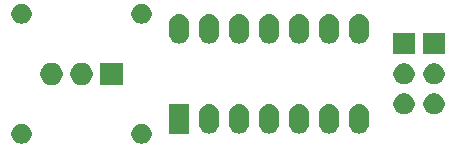
<source format=gts>
G04 #@! TF.GenerationSoftware,KiCad,Pcbnew,(5.1.5)-3*
G04 #@! TF.CreationDate,2020-11-21T23:04:19+01:00*
G04 #@! TF.ProjectId,C64 IRQ LED,43363420-4952-4512-904c-45442e6b6963,rev?*
G04 #@! TF.SameCoordinates,Original*
G04 #@! TF.FileFunction,Soldermask,Top*
G04 #@! TF.FilePolarity,Negative*
%FSLAX46Y46*%
G04 Gerber Fmt 4.6, Leading zero omitted, Abs format (unit mm)*
G04 Created by KiCad (PCBNEW (5.1.5)-3) date 2020-11-21 23:04:19*
%MOMM*%
%LPD*%
G04 APERTURE LIST*
%ADD10C,0.100000*%
G04 APERTURE END LIST*
D10*
G36*
X124073228Y-119196703D02*
G01*
X124228100Y-119260853D01*
X124367481Y-119353985D01*
X124486015Y-119472519D01*
X124579147Y-119611900D01*
X124643297Y-119766772D01*
X124676000Y-119931184D01*
X124676000Y-120098816D01*
X124643297Y-120263228D01*
X124579147Y-120418100D01*
X124486015Y-120557481D01*
X124367481Y-120676015D01*
X124228100Y-120769147D01*
X124073228Y-120833297D01*
X123908816Y-120866000D01*
X123741184Y-120866000D01*
X123576772Y-120833297D01*
X123421900Y-120769147D01*
X123282519Y-120676015D01*
X123163985Y-120557481D01*
X123070853Y-120418100D01*
X123006703Y-120263228D01*
X122974000Y-120098816D01*
X122974000Y-119931184D01*
X123006703Y-119766772D01*
X123070853Y-119611900D01*
X123163985Y-119472519D01*
X123282519Y-119353985D01*
X123421900Y-119260853D01*
X123576772Y-119196703D01*
X123741184Y-119164000D01*
X123908816Y-119164000D01*
X124073228Y-119196703D01*
G37*
G36*
X113913228Y-119196703D02*
G01*
X114068100Y-119260853D01*
X114207481Y-119353985D01*
X114326015Y-119472519D01*
X114419147Y-119611900D01*
X114483297Y-119766772D01*
X114516000Y-119931184D01*
X114516000Y-120098816D01*
X114483297Y-120263228D01*
X114419147Y-120418100D01*
X114326015Y-120557481D01*
X114207481Y-120676015D01*
X114068100Y-120769147D01*
X113913228Y-120833297D01*
X113748816Y-120866000D01*
X113581184Y-120866000D01*
X113416772Y-120833297D01*
X113261900Y-120769147D01*
X113122519Y-120676015D01*
X113003985Y-120557481D01*
X112910853Y-120418100D01*
X112846703Y-120263228D01*
X112814000Y-120098816D01*
X112814000Y-119931184D01*
X112846703Y-119766772D01*
X112910853Y-119611900D01*
X113003985Y-119472519D01*
X113122519Y-119353985D01*
X113261900Y-119260853D01*
X113416772Y-119196703D01*
X113581184Y-119164000D01*
X113748816Y-119164000D01*
X113913228Y-119196703D01*
G37*
G36*
X137326822Y-117506313D02*
G01*
X137487241Y-117554976D01*
X137635077Y-117633995D01*
X137761576Y-117737811D01*
X137764659Y-117740341D01*
X137871004Y-117869922D01*
X137871005Y-117869924D01*
X137950024Y-118017758D01*
X137998687Y-118178177D01*
X138011000Y-118303196D01*
X138011000Y-119186803D01*
X137998687Y-119311822D01*
X137950024Y-119472242D01*
X137949875Y-119472520D01*
X137871004Y-119620078D01*
X137764659Y-119749659D01*
X137635078Y-119856004D01*
X137635076Y-119856005D01*
X137487242Y-119935024D01*
X137326823Y-119983687D01*
X137160000Y-120000117D01*
X136993178Y-119983687D01*
X136832759Y-119935024D01*
X136684925Y-119856005D01*
X136684923Y-119856004D01*
X136555342Y-119749659D01*
X136448997Y-119620078D01*
X136370126Y-119472520D01*
X136369977Y-119472242D01*
X136321314Y-119311823D01*
X136309000Y-119186803D01*
X136309000Y-118303197D01*
X136321313Y-118178178D01*
X136369976Y-118017759D01*
X136448995Y-117869923D01*
X136555341Y-117740341D01*
X136558424Y-117737811D01*
X136684922Y-117633996D01*
X136700094Y-117625886D01*
X136832758Y-117554976D01*
X136993177Y-117506313D01*
X137160000Y-117489883D01*
X137326822Y-117506313D01*
G37*
G36*
X129706822Y-117506313D02*
G01*
X129867241Y-117554976D01*
X130015077Y-117633995D01*
X130141576Y-117737811D01*
X130144659Y-117740341D01*
X130251004Y-117869922D01*
X130251005Y-117869924D01*
X130330024Y-118017758D01*
X130378687Y-118178177D01*
X130391000Y-118303196D01*
X130391000Y-119186803D01*
X130378687Y-119311822D01*
X130330024Y-119472242D01*
X130329875Y-119472520D01*
X130251004Y-119620078D01*
X130144659Y-119749659D01*
X130015078Y-119856004D01*
X130015076Y-119856005D01*
X129867242Y-119935024D01*
X129706823Y-119983687D01*
X129540000Y-120000117D01*
X129373178Y-119983687D01*
X129212759Y-119935024D01*
X129064925Y-119856005D01*
X129064923Y-119856004D01*
X128935342Y-119749659D01*
X128828997Y-119620078D01*
X128750126Y-119472520D01*
X128749977Y-119472242D01*
X128701314Y-119311823D01*
X128689000Y-119186803D01*
X128689000Y-118303197D01*
X128701313Y-118178178D01*
X128749976Y-118017759D01*
X128828995Y-117869923D01*
X128935341Y-117740341D01*
X128938424Y-117737811D01*
X129064922Y-117633996D01*
X129080094Y-117625886D01*
X129212758Y-117554976D01*
X129373177Y-117506313D01*
X129540000Y-117489883D01*
X129706822Y-117506313D01*
G37*
G36*
X132246822Y-117506313D02*
G01*
X132407241Y-117554976D01*
X132555077Y-117633995D01*
X132681576Y-117737811D01*
X132684659Y-117740341D01*
X132791004Y-117869922D01*
X132791005Y-117869924D01*
X132870024Y-118017758D01*
X132918687Y-118178177D01*
X132931000Y-118303196D01*
X132931000Y-119186803D01*
X132918687Y-119311822D01*
X132870024Y-119472242D01*
X132869875Y-119472520D01*
X132791004Y-119620078D01*
X132684659Y-119749659D01*
X132555078Y-119856004D01*
X132555076Y-119856005D01*
X132407242Y-119935024D01*
X132246823Y-119983687D01*
X132080000Y-120000117D01*
X131913178Y-119983687D01*
X131752759Y-119935024D01*
X131604925Y-119856005D01*
X131604923Y-119856004D01*
X131475342Y-119749659D01*
X131368997Y-119620078D01*
X131290126Y-119472520D01*
X131289977Y-119472242D01*
X131241314Y-119311823D01*
X131229000Y-119186803D01*
X131229000Y-118303197D01*
X131241313Y-118178178D01*
X131289976Y-118017759D01*
X131368995Y-117869923D01*
X131475341Y-117740341D01*
X131478424Y-117737811D01*
X131604922Y-117633996D01*
X131620094Y-117625886D01*
X131752758Y-117554976D01*
X131913177Y-117506313D01*
X132080000Y-117489883D01*
X132246822Y-117506313D01*
G37*
G36*
X142406822Y-117506313D02*
G01*
X142567241Y-117554976D01*
X142715077Y-117633995D01*
X142841576Y-117737811D01*
X142844659Y-117740341D01*
X142951004Y-117869922D01*
X142951005Y-117869924D01*
X143030024Y-118017758D01*
X143078687Y-118178177D01*
X143091000Y-118303196D01*
X143091000Y-119186803D01*
X143078687Y-119311822D01*
X143030024Y-119472242D01*
X143029875Y-119472520D01*
X142951004Y-119620078D01*
X142844659Y-119749659D01*
X142715078Y-119856004D01*
X142715076Y-119856005D01*
X142567242Y-119935024D01*
X142406823Y-119983687D01*
X142240000Y-120000117D01*
X142073178Y-119983687D01*
X141912759Y-119935024D01*
X141764925Y-119856005D01*
X141764923Y-119856004D01*
X141635342Y-119749659D01*
X141528997Y-119620078D01*
X141450126Y-119472520D01*
X141449977Y-119472242D01*
X141401314Y-119311823D01*
X141389000Y-119186803D01*
X141389000Y-118303197D01*
X141401313Y-118178178D01*
X141449976Y-118017759D01*
X141528995Y-117869923D01*
X141635341Y-117740341D01*
X141638424Y-117737811D01*
X141764922Y-117633996D01*
X141780094Y-117625886D01*
X141912758Y-117554976D01*
X142073177Y-117506313D01*
X142240000Y-117489883D01*
X142406822Y-117506313D01*
G37*
G36*
X139866822Y-117506313D02*
G01*
X140027241Y-117554976D01*
X140175077Y-117633995D01*
X140301576Y-117737811D01*
X140304659Y-117740341D01*
X140411004Y-117869922D01*
X140411005Y-117869924D01*
X140490024Y-118017758D01*
X140538687Y-118178177D01*
X140551000Y-118303196D01*
X140551000Y-119186803D01*
X140538687Y-119311822D01*
X140490024Y-119472242D01*
X140489875Y-119472520D01*
X140411004Y-119620078D01*
X140304659Y-119749659D01*
X140175078Y-119856004D01*
X140175076Y-119856005D01*
X140027242Y-119935024D01*
X139866823Y-119983687D01*
X139700000Y-120000117D01*
X139533178Y-119983687D01*
X139372759Y-119935024D01*
X139224925Y-119856005D01*
X139224923Y-119856004D01*
X139095342Y-119749659D01*
X138988997Y-119620078D01*
X138910126Y-119472520D01*
X138909977Y-119472242D01*
X138861314Y-119311823D01*
X138849000Y-119186803D01*
X138849000Y-118303197D01*
X138861313Y-118178178D01*
X138909976Y-118017759D01*
X138988995Y-117869923D01*
X139095341Y-117740341D01*
X139098424Y-117737811D01*
X139224922Y-117633996D01*
X139240094Y-117625886D01*
X139372758Y-117554976D01*
X139533177Y-117506313D01*
X139700000Y-117489883D01*
X139866822Y-117506313D01*
G37*
G36*
X134786822Y-117506313D02*
G01*
X134947241Y-117554976D01*
X135095077Y-117633995D01*
X135221576Y-117737811D01*
X135224659Y-117740341D01*
X135331004Y-117869922D01*
X135331005Y-117869924D01*
X135410024Y-118017758D01*
X135458687Y-118178177D01*
X135471000Y-118303196D01*
X135471000Y-119186803D01*
X135458687Y-119311822D01*
X135410024Y-119472242D01*
X135409875Y-119472520D01*
X135331004Y-119620078D01*
X135224659Y-119749659D01*
X135095078Y-119856004D01*
X135095076Y-119856005D01*
X134947242Y-119935024D01*
X134786823Y-119983687D01*
X134620000Y-120000117D01*
X134453178Y-119983687D01*
X134292759Y-119935024D01*
X134144925Y-119856005D01*
X134144923Y-119856004D01*
X134015342Y-119749659D01*
X133908997Y-119620078D01*
X133830126Y-119472520D01*
X133829977Y-119472242D01*
X133781314Y-119311823D01*
X133769000Y-119186803D01*
X133769000Y-118303197D01*
X133781313Y-118178178D01*
X133829976Y-118017759D01*
X133908995Y-117869923D01*
X134015341Y-117740341D01*
X134018424Y-117737811D01*
X134144922Y-117633996D01*
X134160094Y-117625886D01*
X134292758Y-117554976D01*
X134453177Y-117506313D01*
X134620000Y-117489883D01*
X134786822Y-117506313D01*
G37*
G36*
X127851000Y-119996000D02*
G01*
X126149000Y-119996000D01*
X126149000Y-117494000D01*
X127851000Y-117494000D01*
X127851000Y-119996000D01*
G37*
G36*
X146163512Y-116578927D02*
G01*
X146312812Y-116608624D01*
X146476784Y-116676544D01*
X146624354Y-116775147D01*
X146749853Y-116900646D01*
X146848456Y-117048216D01*
X146916376Y-117212188D01*
X146951000Y-117386259D01*
X146951000Y-117563741D01*
X146916376Y-117737812D01*
X146848456Y-117901784D01*
X146749853Y-118049354D01*
X146624354Y-118174853D01*
X146476784Y-118273456D01*
X146312812Y-118341376D01*
X146163512Y-118371073D01*
X146138742Y-118376000D01*
X145961258Y-118376000D01*
X145936488Y-118371073D01*
X145787188Y-118341376D01*
X145623216Y-118273456D01*
X145475646Y-118174853D01*
X145350147Y-118049354D01*
X145251544Y-117901784D01*
X145183624Y-117737812D01*
X145149000Y-117563741D01*
X145149000Y-117386259D01*
X145183624Y-117212188D01*
X145251544Y-117048216D01*
X145350147Y-116900646D01*
X145475646Y-116775147D01*
X145623216Y-116676544D01*
X145787188Y-116608624D01*
X145936488Y-116578927D01*
X145961258Y-116574000D01*
X146138742Y-116574000D01*
X146163512Y-116578927D01*
G37*
G36*
X148703512Y-116578927D02*
G01*
X148852812Y-116608624D01*
X149016784Y-116676544D01*
X149164354Y-116775147D01*
X149289853Y-116900646D01*
X149388456Y-117048216D01*
X149456376Y-117212188D01*
X149491000Y-117386259D01*
X149491000Y-117563741D01*
X149456376Y-117737812D01*
X149388456Y-117901784D01*
X149289853Y-118049354D01*
X149164354Y-118174853D01*
X149016784Y-118273456D01*
X148852812Y-118341376D01*
X148703512Y-118371073D01*
X148678742Y-118376000D01*
X148501258Y-118376000D01*
X148476488Y-118371073D01*
X148327188Y-118341376D01*
X148163216Y-118273456D01*
X148015646Y-118174853D01*
X147890147Y-118049354D01*
X147791544Y-117901784D01*
X147723624Y-117737812D01*
X147689000Y-117563741D01*
X147689000Y-117386259D01*
X147723624Y-117212188D01*
X147791544Y-117048216D01*
X147890147Y-116900646D01*
X148015646Y-116775147D01*
X148163216Y-116676544D01*
X148327188Y-116608624D01*
X148476488Y-116578927D01*
X148501258Y-116574000D01*
X148678742Y-116574000D01*
X148703512Y-116578927D01*
G37*
G36*
X116482395Y-114020546D02*
G01*
X116655466Y-114092234D01*
X116655467Y-114092235D01*
X116811227Y-114196310D01*
X116943690Y-114328773D01*
X116943691Y-114328775D01*
X117047766Y-114484534D01*
X117119454Y-114657605D01*
X117156000Y-114841333D01*
X117156000Y-115028667D01*
X117119454Y-115212395D01*
X117047766Y-115385466D01*
X117047765Y-115385467D01*
X116943690Y-115541227D01*
X116811227Y-115673690D01*
X116732818Y-115726081D01*
X116655466Y-115777766D01*
X116482395Y-115849454D01*
X116298667Y-115886000D01*
X116111333Y-115886000D01*
X115927605Y-115849454D01*
X115754534Y-115777766D01*
X115677182Y-115726081D01*
X115598773Y-115673690D01*
X115466310Y-115541227D01*
X115362235Y-115385467D01*
X115362234Y-115385466D01*
X115290546Y-115212395D01*
X115254000Y-115028667D01*
X115254000Y-114841333D01*
X115290546Y-114657605D01*
X115362234Y-114484534D01*
X115466309Y-114328775D01*
X115466310Y-114328773D01*
X115598773Y-114196310D01*
X115754533Y-114092235D01*
X115754534Y-114092234D01*
X115927605Y-114020546D01*
X116111333Y-113984000D01*
X116298667Y-113984000D01*
X116482395Y-114020546D01*
G37*
G36*
X119022395Y-114020546D02*
G01*
X119195466Y-114092234D01*
X119195467Y-114092235D01*
X119351227Y-114196310D01*
X119483690Y-114328773D01*
X119483691Y-114328775D01*
X119587766Y-114484534D01*
X119659454Y-114657605D01*
X119696000Y-114841333D01*
X119696000Y-115028667D01*
X119659454Y-115212395D01*
X119587766Y-115385466D01*
X119587765Y-115385467D01*
X119483690Y-115541227D01*
X119351227Y-115673690D01*
X119272818Y-115726081D01*
X119195466Y-115777766D01*
X119022395Y-115849454D01*
X118838667Y-115886000D01*
X118651333Y-115886000D01*
X118467605Y-115849454D01*
X118294534Y-115777766D01*
X118217182Y-115726081D01*
X118138773Y-115673690D01*
X118006310Y-115541227D01*
X117902235Y-115385467D01*
X117902234Y-115385466D01*
X117830546Y-115212395D01*
X117794000Y-115028667D01*
X117794000Y-114841333D01*
X117830546Y-114657605D01*
X117902234Y-114484534D01*
X118006309Y-114328775D01*
X118006310Y-114328773D01*
X118138773Y-114196310D01*
X118294533Y-114092235D01*
X118294534Y-114092234D01*
X118467605Y-114020546D01*
X118651333Y-113984000D01*
X118838667Y-113984000D01*
X119022395Y-114020546D01*
G37*
G36*
X122236000Y-115886000D02*
G01*
X120334000Y-115886000D01*
X120334000Y-113984000D01*
X122236000Y-113984000D01*
X122236000Y-115886000D01*
G37*
G36*
X146163512Y-114038927D02*
G01*
X146312812Y-114068624D01*
X146476784Y-114136544D01*
X146624354Y-114235147D01*
X146749853Y-114360646D01*
X146848456Y-114508216D01*
X146916376Y-114672188D01*
X146951000Y-114846259D01*
X146951000Y-115023741D01*
X146916376Y-115197812D01*
X146848456Y-115361784D01*
X146749853Y-115509354D01*
X146624354Y-115634853D01*
X146476784Y-115733456D01*
X146312812Y-115801376D01*
X146163512Y-115831073D01*
X146138742Y-115836000D01*
X145961258Y-115836000D01*
X145936488Y-115831073D01*
X145787188Y-115801376D01*
X145623216Y-115733456D01*
X145475646Y-115634853D01*
X145350147Y-115509354D01*
X145251544Y-115361784D01*
X145183624Y-115197812D01*
X145149000Y-115023741D01*
X145149000Y-114846259D01*
X145183624Y-114672188D01*
X145251544Y-114508216D01*
X145350147Y-114360646D01*
X145475646Y-114235147D01*
X145623216Y-114136544D01*
X145787188Y-114068624D01*
X145936488Y-114038927D01*
X145961258Y-114034000D01*
X146138742Y-114034000D01*
X146163512Y-114038927D01*
G37*
G36*
X148703512Y-114038927D02*
G01*
X148852812Y-114068624D01*
X149016784Y-114136544D01*
X149164354Y-114235147D01*
X149289853Y-114360646D01*
X149388456Y-114508216D01*
X149456376Y-114672188D01*
X149491000Y-114846259D01*
X149491000Y-115023741D01*
X149456376Y-115197812D01*
X149388456Y-115361784D01*
X149289853Y-115509354D01*
X149164354Y-115634853D01*
X149016784Y-115733456D01*
X148852812Y-115801376D01*
X148703512Y-115831073D01*
X148678742Y-115836000D01*
X148501258Y-115836000D01*
X148476488Y-115831073D01*
X148327188Y-115801376D01*
X148163216Y-115733456D01*
X148015646Y-115634853D01*
X147890147Y-115509354D01*
X147791544Y-115361784D01*
X147723624Y-115197812D01*
X147689000Y-115023741D01*
X147689000Y-114846259D01*
X147723624Y-114672188D01*
X147791544Y-114508216D01*
X147890147Y-114360646D01*
X148015646Y-114235147D01*
X148163216Y-114136544D01*
X148327188Y-114068624D01*
X148476488Y-114038927D01*
X148501258Y-114034000D01*
X148678742Y-114034000D01*
X148703512Y-114038927D01*
G37*
G36*
X146951000Y-113296000D02*
G01*
X145149000Y-113296000D01*
X145149000Y-111494000D01*
X146951000Y-111494000D01*
X146951000Y-113296000D01*
G37*
G36*
X149491000Y-113296000D02*
G01*
X147689000Y-113296000D01*
X147689000Y-111494000D01*
X149491000Y-111494000D01*
X149491000Y-113296000D01*
G37*
G36*
X129706822Y-109886313D02*
G01*
X129867241Y-109934976D01*
X130015077Y-110013995D01*
X130123807Y-110103228D01*
X130144659Y-110120341D01*
X130251004Y-110249922D01*
X130251005Y-110249924D01*
X130330024Y-110397758D01*
X130378687Y-110558177D01*
X130391000Y-110683196D01*
X130391000Y-111566803D01*
X130378687Y-111691822D01*
X130330024Y-111852242D01*
X130259114Y-111984906D01*
X130251004Y-112000078D01*
X130144659Y-112129659D01*
X130015078Y-112236004D01*
X130015076Y-112236005D01*
X129867242Y-112315024D01*
X129706823Y-112363687D01*
X129540000Y-112380117D01*
X129373178Y-112363687D01*
X129212759Y-112315024D01*
X129064925Y-112236005D01*
X129064923Y-112236004D01*
X128935342Y-112129659D01*
X128828997Y-112000078D01*
X128820887Y-111984906D01*
X128749977Y-111852242D01*
X128701314Y-111691823D01*
X128689000Y-111566803D01*
X128689000Y-110683197D01*
X128701313Y-110558178D01*
X128749976Y-110397759D01*
X128828995Y-110249923D01*
X128935341Y-110120341D01*
X128956193Y-110103228D01*
X129064922Y-110013996D01*
X129080094Y-110005886D01*
X129212758Y-109934976D01*
X129373177Y-109886313D01*
X129540000Y-109869883D01*
X129706822Y-109886313D01*
G37*
G36*
X142406822Y-109886313D02*
G01*
X142567241Y-109934976D01*
X142715077Y-110013995D01*
X142823807Y-110103228D01*
X142844659Y-110120341D01*
X142951004Y-110249922D01*
X142951005Y-110249924D01*
X143030024Y-110397758D01*
X143078687Y-110558177D01*
X143091000Y-110683196D01*
X143091000Y-111566803D01*
X143078687Y-111691822D01*
X143030024Y-111852242D01*
X142959114Y-111984906D01*
X142951004Y-112000078D01*
X142844659Y-112129659D01*
X142715078Y-112236004D01*
X142715076Y-112236005D01*
X142567242Y-112315024D01*
X142406823Y-112363687D01*
X142240000Y-112380117D01*
X142073178Y-112363687D01*
X141912759Y-112315024D01*
X141764925Y-112236005D01*
X141764923Y-112236004D01*
X141635342Y-112129659D01*
X141528997Y-112000078D01*
X141520887Y-111984906D01*
X141449977Y-111852242D01*
X141401314Y-111691823D01*
X141389000Y-111566803D01*
X141389000Y-110683197D01*
X141401313Y-110558178D01*
X141449976Y-110397759D01*
X141528995Y-110249923D01*
X141635341Y-110120341D01*
X141656193Y-110103228D01*
X141764922Y-110013996D01*
X141780094Y-110005886D01*
X141912758Y-109934976D01*
X142073177Y-109886313D01*
X142240000Y-109869883D01*
X142406822Y-109886313D01*
G37*
G36*
X139866822Y-109886313D02*
G01*
X140027241Y-109934976D01*
X140175077Y-110013995D01*
X140283807Y-110103228D01*
X140304659Y-110120341D01*
X140411004Y-110249922D01*
X140411005Y-110249924D01*
X140490024Y-110397758D01*
X140538687Y-110558177D01*
X140551000Y-110683196D01*
X140551000Y-111566803D01*
X140538687Y-111691822D01*
X140490024Y-111852242D01*
X140419114Y-111984906D01*
X140411004Y-112000078D01*
X140304659Y-112129659D01*
X140175078Y-112236004D01*
X140175076Y-112236005D01*
X140027242Y-112315024D01*
X139866823Y-112363687D01*
X139700000Y-112380117D01*
X139533178Y-112363687D01*
X139372759Y-112315024D01*
X139224925Y-112236005D01*
X139224923Y-112236004D01*
X139095342Y-112129659D01*
X138988997Y-112000078D01*
X138980887Y-111984906D01*
X138909977Y-111852242D01*
X138861314Y-111691823D01*
X138849000Y-111566803D01*
X138849000Y-110683197D01*
X138861313Y-110558178D01*
X138909976Y-110397759D01*
X138988995Y-110249923D01*
X139095341Y-110120341D01*
X139116193Y-110103228D01*
X139224922Y-110013996D01*
X139240094Y-110005886D01*
X139372758Y-109934976D01*
X139533177Y-109886313D01*
X139700000Y-109869883D01*
X139866822Y-109886313D01*
G37*
G36*
X137326822Y-109886313D02*
G01*
X137487241Y-109934976D01*
X137635077Y-110013995D01*
X137743807Y-110103228D01*
X137764659Y-110120341D01*
X137871004Y-110249922D01*
X137871005Y-110249924D01*
X137950024Y-110397758D01*
X137998687Y-110558177D01*
X138011000Y-110683196D01*
X138011000Y-111566803D01*
X137998687Y-111691822D01*
X137950024Y-111852242D01*
X137879114Y-111984906D01*
X137871004Y-112000078D01*
X137764659Y-112129659D01*
X137635078Y-112236004D01*
X137635076Y-112236005D01*
X137487242Y-112315024D01*
X137326823Y-112363687D01*
X137160000Y-112380117D01*
X136993178Y-112363687D01*
X136832759Y-112315024D01*
X136684925Y-112236005D01*
X136684923Y-112236004D01*
X136555342Y-112129659D01*
X136448997Y-112000078D01*
X136440887Y-111984906D01*
X136369977Y-111852242D01*
X136321314Y-111691823D01*
X136309000Y-111566803D01*
X136309000Y-110683197D01*
X136321313Y-110558178D01*
X136369976Y-110397759D01*
X136448995Y-110249923D01*
X136555341Y-110120341D01*
X136576193Y-110103228D01*
X136684922Y-110013996D01*
X136700094Y-110005886D01*
X136832758Y-109934976D01*
X136993177Y-109886313D01*
X137160000Y-109869883D01*
X137326822Y-109886313D01*
G37*
G36*
X134786822Y-109886313D02*
G01*
X134947241Y-109934976D01*
X135095077Y-110013995D01*
X135203807Y-110103228D01*
X135224659Y-110120341D01*
X135331004Y-110249922D01*
X135331005Y-110249924D01*
X135410024Y-110397758D01*
X135458687Y-110558177D01*
X135471000Y-110683196D01*
X135471000Y-111566803D01*
X135458687Y-111691822D01*
X135410024Y-111852242D01*
X135339114Y-111984906D01*
X135331004Y-112000078D01*
X135224659Y-112129659D01*
X135095078Y-112236004D01*
X135095076Y-112236005D01*
X134947242Y-112315024D01*
X134786823Y-112363687D01*
X134620000Y-112380117D01*
X134453178Y-112363687D01*
X134292759Y-112315024D01*
X134144925Y-112236005D01*
X134144923Y-112236004D01*
X134015342Y-112129659D01*
X133908997Y-112000078D01*
X133900887Y-111984906D01*
X133829977Y-111852242D01*
X133781314Y-111691823D01*
X133769000Y-111566803D01*
X133769000Y-110683197D01*
X133781313Y-110558178D01*
X133829976Y-110397759D01*
X133908995Y-110249923D01*
X134015341Y-110120341D01*
X134036193Y-110103228D01*
X134144922Y-110013996D01*
X134160094Y-110005886D01*
X134292758Y-109934976D01*
X134453177Y-109886313D01*
X134620000Y-109869883D01*
X134786822Y-109886313D01*
G37*
G36*
X132246822Y-109886313D02*
G01*
X132407241Y-109934976D01*
X132555077Y-110013995D01*
X132663807Y-110103228D01*
X132684659Y-110120341D01*
X132791004Y-110249922D01*
X132791005Y-110249924D01*
X132870024Y-110397758D01*
X132918687Y-110558177D01*
X132931000Y-110683196D01*
X132931000Y-111566803D01*
X132918687Y-111691822D01*
X132870024Y-111852242D01*
X132799114Y-111984906D01*
X132791004Y-112000078D01*
X132684659Y-112129659D01*
X132555078Y-112236004D01*
X132555076Y-112236005D01*
X132407242Y-112315024D01*
X132246823Y-112363687D01*
X132080000Y-112380117D01*
X131913178Y-112363687D01*
X131752759Y-112315024D01*
X131604925Y-112236005D01*
X131604923Y-112236004D01*
X131475342Y-112129659D01*
X131368997Y-112000078D01*
X131360887Y-111984906D01*
X131289977Y-111852242D01*
X131241314Y-111691823D01*
X131229000Y-111566803D01*
X131229000Y-110683197D01*
X131241313Y-110558178D01*
X131289976Y-110397759D01*
X131368995Y-110249923D01*
X131475341Y-110120341D01*
X131496193Y-110103228D01*
X131604922Y-110013996D01*
X131620094Y-110005886D01*
X131752758Y-109934976D01*
X131913177Y-109886313D01*
X132080000Y-109869883D01*
X132246822Y-109886313D01*
G37*
G36*
X127166822Y-109886313D02*
G01*
X127327241Y-109934976D01*
X127475077Y-110013995D01*
X127583807Y-110103228D01*
X127604659Y-110120341D01*
X127711004Y-110249922D01*
X127711005Y-110249924D01*
X127790024Y-110397758D01*
X127838687Y-110558177D01*
X127851000Y-110683196D01*
X127851000Y-111566803D01*
X127838687Y-111691822D01*
X127790024Y-111852242D01*
X127719114Y-111984906D01*
X127711004Y-112000078D01*
X127604659Y-112129659D01*
X127475078Y-112236004D01*
X127475076Y-112236005D01*
X127327242Y-112315024D01*
X127166823Y-112363687D01*
X127000000Y-112380117D01*
X126833178Y-112363687D01*
X126672759Y-112315024D01*
X126524925Y-112236005D01*
X126524923Y-112236004D01*
X126395342Y-112129659D01*
X126288997Y-112000078D01*
X126280887Y-111984906D01*
X126209977Y-111852242D01*
X126161314Y-111691823D01*
X126149000Y-111566803D01*
X126149000Y-110683197D01*
X126161313Y-110558178D01*
X126209976Y-110397759D01*
X126288995Y-110249923D01*
X126395341Y-110120341D01*
X126416193Y-110103228D01*
X126524922Y-110013996D01*
X126540094Y-110005886D01*
X126672758Y-109934976D01*
X126833177Y-109886313D01*
X127000000Y-109869883D01*
X127166822Y-109886313D01*
G37*
G36*
X124073228Y-109036703D02*
G01*
X124228100Y-109100853D01*
X124367481Y-109193985D01*
X124486015Y-109312519D01*
X124579147Y-109451900D01*
X124643297Y-109606772D01*
X124676000Y-109771184D01*
X124676000Y-109938816D01*
X124643297Y-110103228D01*
X124579147Y-110258100D01*
X124486015Y-110397481D01*
X124367481Y-110516015D01*
X124228100Y-110609147D01*
X124073228Y-110673297D01*
X123908816Y-110706000D01*
X123741184Y-110706000D01*
X123576772Y-110673297D01*
X123421900Y-110609147D01*
X123282519Y-110516015D01*
X123163985Y-110397481D01*
X123070853Y-110258100D01*
X123006703Y-110103228D01*
X122974000Y-109938816D01*
X122974000Y-109771184D01*
X123006703Y-109606772D01*
X123070853Y-109451900D01*
X123163985Y-109312519D01*
X123282519Y-109193985D01*
X123421900Y-109100853D01*
X123576772Y-109036703D01*
X123741184Y-109004000D01*
X123908816Y-109004000D01*
X124073228Y-109036703D01*
G37*
G36*
X113913228Y-109036703D02*
G01*
X114068100Y-109100853D01*
X114207481Y-109193985D01*
X114326015Y-109312519D01*
X114419147Y-109451900D01*
X114483297Y-109606772D01*
X114516000Y-109771184D01*
X114516000Y-109938816D01*
X114483297Y-110103228D01*
X114419147Y-110258100D01*
X114326015Y-110397481D01*
X114207481Y-110516015D01*
X114068100Y-110609147D01*
X113913228Y-110673297D01*
X113748816Y-110706000D01*
X113581184Y-110706000D01*
X113416772Y-110673297D01*
X113261900Y-110609147D01*
X113122519Y-110516015D01*
X113003985Y-110397481D01*
X112910853Y-110258100D01*
X112846703Y-110103228D01*
X112814000Y-109938816D01*
X112814000Y-109771184D01*
X112846703Y-109606772D01*
X112910853Y-109451900D01*
X113003985Y-109312519D01*
X113122519Y-109193985D01*
X113261900Y-109100853D01*
X113416772Y-109036703D01*
X113581184Y-109004000D01*
X113748816Y-109004000D01*
X113913228Y-109036703D01*
G37*
M02*

</source>
